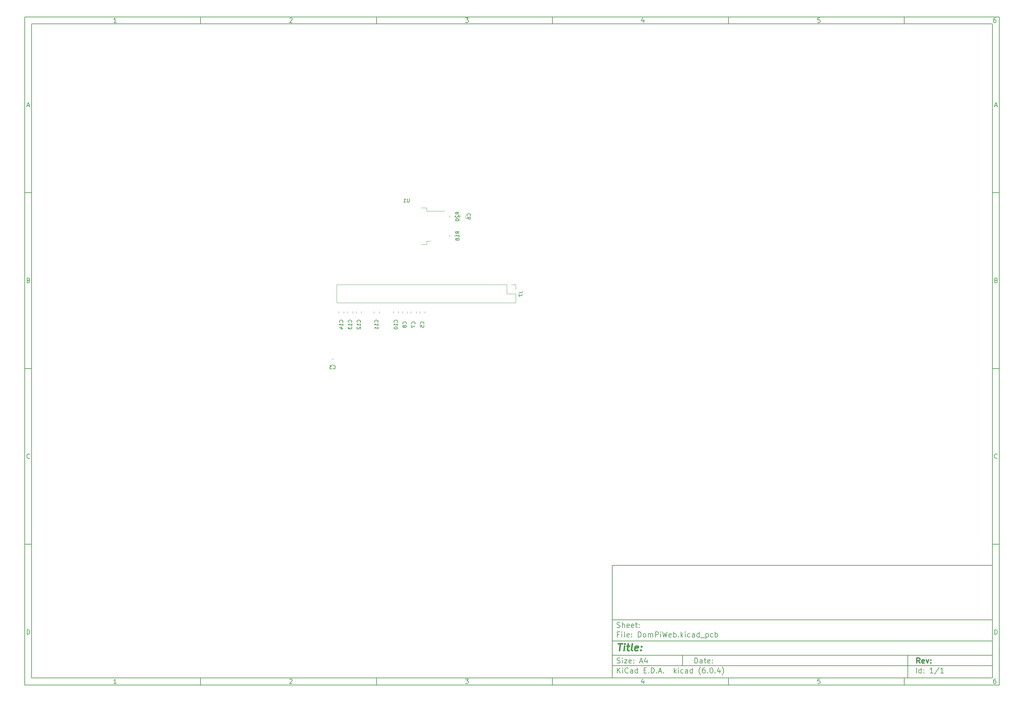
<source format=gbr>
G04 #@! TF.GenerationSoftware,KiCad,Pcbnew,(6.0.4)*
G04 #@! TF.CreationDate,2023-03-28T09:37:15-03:00*
G04 #@! TF.ProjectId,DomPiWeb,446f6d50-6957-4656-922e-6b696361645f,rev?*
G04 #@! TF.SameCoordinates,Original*
G04 #@! TF.FileFunction,Legend,Bot*
G04 #@! TF.FilePolarity,Positive*
%FSLAX46Y46*%
G04 Gerber Fmt 4.6, Leading zero omitted, Abs format (unit mm)*
G04 Created by KiCad (PCBNEW (6.0.4)) date 2023-03-28 09:37:15*
%MOMM*%
%LPD*%
G01*
G04 APERTURE LIST*
%ADD10C,0.100000*%
%ADD11C,0.150000*%
%ADD12C,0.300000*%
%ADD13C,0.400000*%
%ADD14C,0.120000*%
G04 APERTURE END LIST*
D10*
D11*
X177002200Y-166007200D02*
X177002200Y-198007200D01*
X285002200Y-198007200D01*
X285002200Y-166007200D01*
X177002200Y-166007200D01*
D10*
D11*
X10000000Y-10000000D02*
X10000000Y-200007200D01*
X287002200Y-200007200D01*
X287002200Y-10000000D01*
X10000000Y-10000000D01*
D10*
D11*
X12000000Y-12000000D02*
X12000000Y-198007200D01*
X285002200Y-198007200D01*
X285002200Y-12000000D01*
X12000000Y-12000000D01*
D10*
D11*
X60000000Y-12000000D02*
X60000000Y-10000000D01*
D10*
D11*
X110000000Y-12000000D02*
X110000000Y-10000000D01*
D10*
D11*
X160000000Y-12000000D02*
X160000000Y-10000000D01*
D10*
D11*
X210000000Y-12000000D02*
X210000000Y-10000000D01*
D10*
D11*
X260000000Y-12000000D02*
X260000000Y-10000000D01*
D10*
D11*
X36065476Y-11588095D02*
X35322619Y-11588095D01*
X35694047Y-11588095D02*
X35694047Y-10288095D01*
X35570238Y-10473809D01*
X35446428Y-10597619D01*
X35322619Y-10659523D01*
D10*
D11*
X85322619Y-10411904D02*
X85384523Y-10350000D01*
X85508333Y-10288095D01*
X85817857Y-10288095D01*
X85941666Y-10350000D01*
X86003571Y-10411904D01*
X86065476Y-10535714D01*
X86065476Y-10659523D01*
X86003571Y-10845238D01*
X85260714Y-11588095D01*
X86065476Y-11588095D01*
D10*
D11*
X135260714Y-10288095D02*
X136065476Y-10288095D01*
X135632142Y-10783333D01*
X135817857Y-10783333D01*
X135941666Y-10845238D01*
X136003571Y-10907142D01*
X136065476Y-11030952D01*
X136065476Y-11340476D01*
X136003571Y-11464285D01*
X135941666Y-11526190D01*
X135817857Y-11588095D01*
X135446428Y-11588095D01*
X135322619Y-11526190D01*
X135260714Y-11464285D01*
D10*
D11*
X185941666Y-10721428D02*
X185941666Y-11588095D01*
X185632142Y-10226190D02*
X185322619Y-11154761D01*
X186127380Y-11154761D01*
D10*
D11*
X236003571Y-10288095D02*
X235384523Y-10288095D01*
X235322619Y-10907142D01*
X235384523Y-10845238D01*
X235508333Y-10783333D01*
X235817857Y-10783333D01*
X235941666Y-10845238D01*
X236003571Y-10907142D01*
X236065476Y-11030952D01*
X236065476Y-11340476D01*
X236003571Y-11464285D01*
X235941666Y-11526190D01*
X235817857Y-11588095D01*
X235508333Y-11588095D01*
X235384523Y-11526190D01*
X235322619Y-11464285D01*
D10*
D11*
X285941666Y-10288095D02*
X285694047Y-10288095D01*
X285570238Y-10350000D01*
X285508333Y-10411904D01*
X285384523Y-10597619D01*
X285322619Y-10845238D01*
X285322619Y-11340476D01*
X285384523Y-11464285D01*
X285446428Y-11526190D01*
X285570238Y-11588095D01*
X285817857Y-11588095D01*
X285941666Y-11526190D01*
X286003571Y-11464285D01*
X286065476Y-11340476D01*
X286065476Y-11030952D01*
X286003571Y-10907142D01*
X285941666Y-10845238D01*
X285817857Y-10783333D01*
X285570238Y-10783333D01*
X285446428Y-10845238D01*
X285384523Y-10907142D01*
X285322619Y-11030952D01*
D10*
D11*
X60000000Y-198007200D02*
X60000000Y-200007200D01*
D10*
D11*
X110000000Y-198007200D02*
X110000000Y-200007200D01*
D10*
D11*
X160000000Y-198007200D02*
X160000000Y-200007200D01*
D10*
D11*
X210000000Y-198007200D02*
X210000000Y-200007200D01*
D10*
D11*
X260000000Y-198007200D02*
X260000000Y-200007200D01*
D10*
D11*
X36065476Y-199595295D02*
X35322619Y-199595295D01*
X35694047Y-199595295D02*
X35694047Y-198295295D01*
X35570238Y-198481009D01*
X35446428Y-198604819D01*
X35322619Y-198666723D01*
D10*
D11*
X85322619Y-198419104D02*
X85384523Y-198357200D01*
X85508333Y-198295295D01*
X85817857Y-198295295D01*
X85941666Y-198357200D01*
X86003571Y-198419104D01*
X86065476Y-198542914D01*
X86065476Y-198666723D01*
X86003571Y-198852438D01*
X85260714Y-199595295D01*
X86065476Y-199595295D01*
D10*
D11*
X135260714Y-198295295D02*
X136065476Y-198295295D01*
X135632142Y-198790533D01*
X135817857Y-198790533D01*
X135941666Y-198852438D01*
X136003571Y-198914342D01*
X136065476Y-199038152D01*
X136065476Y-199347676D01*
X136003571Y-199471485D01*
X135941666Y-199533390D01*
X135817857Y-199595295D01*
X135446428Y-199595295D01*
X135322619Y-199533390D01*
X135260714Y-199471485D01*
D10*
D11*
X185941666Y-198728628D02*
X185941666Y-199595295D01*
X185632142Y-198233390D02*
X185322619Y-199161961D01*
X186127380Y-199161961D01*
D10*
D11*
X236003571Y-198295295D02*
X235384523Y-198295295D01*
X235322619Y-198914342D01*
X235384523Y-198852438D01*
X235508333Y-198790533D01*
X235817857Y-198790533D01*
X235941666Y-198852438D01*
X236003571Y-198914342D01*
X236065476Y-199038152D01*
X236065476Y-199347676D01*
X236003571Y-199471485D01*
X235941666Y-199533390D01*
X235817857Y-199595295D01*
X235508333Y-199595295D01*
X235384523Y-199533390D01*
X235322619Y-199471485D01*
D10*
D11*
X285941666Y-198295295D02*
X285694047Y-198295295D01*
X285570238Y-198357200D01*
X285508333Y-198419104D01*
X285384523Y-198604819D01*
X285322619Y-198852438D01*
X285322619Y-199347676D01*
X285384523Y-199471485D01*
X285446428Y-199533390D01*
X285570238Y-199595295D01*
X285817857Y-199595295D01*
X285941666Y-199533390D01*
X286003571Y-199471485D01*
X286065476Y-199347676D01*
X286065476Y-199038152D01*
X286003571Y-198914342D01*
X285941666Y-198852438D01*
X285817857Y-198790533D01*
X285570238Y-198790533D01*
X285446428Y-198852438D01*
X285384523Y-198914342D01*
X285322619Y-199038152D01*
D10*
D11*
X10000000Y-60000000D02*
X12000000Y-60000000D01*
D10*
D11*
X10000000Y-110000000D02*
X12000000Y-110000000D01*
D10*
D11*
X10000000Y-160000000D02*
X12000000Y-160000000D01*
D10*
D11*
X10690476Y-35216666D02*
X11309523Y-35216666D01*
X10566666Y-35588095D02*
X11000000Y-34288095D01*
X11433333Y-35588095D01*
D10*
D11*
X11092857Y-84907142D02*
X11278571Y-84969047D01*
X11340476Y-85030952D01*
X11402380Y-85154761D01*
X11402380Y-85340476D01*
X11340476Y-85464285D01*
X11278571Y-85526190D01*
X11154761Y-85588095D01*
X10659523Y-85588095D01*
X10659523Y-84288095D01*
X11092857Y-84288095D01*
X11216666Y-84350000D01*
X11278571Y-84411904D01*
X11340476Y-84535714D01*
X11340476Y-84659523D01*
X11278571Y-84783333D01*
X11216666Y-84845238D01*
X11092857Y-84907142D01*
X10659523Y-84907142D01*
D10*
D11*
X11402380Y-135464285D02*
X11340476Y-135526190D01*
X11154761Y-135588095D01*
X11030952Y-135588095D01*
X10845238Y-135526190D01*
X10721428Y-135402380D01*
X10659523Y-135278571D01*
X10597619Y-135030952D01*
X10597619Y-134845238D01*
X10659523Y-134597619D01*
X10721428Y-134473809D01*
X10845238Y-134350000D01*
X11030952Y-134288095D01*
X11154761Y-134288095D01*
X11340476Y-134350000D01*
X11402380Y-134411904D01*
D10*
D11*
X10659523Y-185588095D02*
X10659523Y-184288095D01*
X10969047Y-184288095D01*
X11154761Y-184350000D01*
X11278571Y-184473809D01*
X11340476Y-184597619D01*
X11402380Y-184845238D01*
X11402380Y-185030952D01*
X11340476Y-185278571D01*
X11278571Y-185402380D01*
X11154761Y-185526190D01*
X10969047Y-185588095D01*
X10659523Y-185588095D01*
D10*
D11*
X287002200Y-60000000D02*
X285002200Y-60000000D01*
D10*
D11*
X287002200Y-110000000D02*
X285002200Y-110000000D01*
D10*
D11*
X287002200Y-160000000D02*
X285002200Y-160000000D01*
D10*
D11*
X285692676Y-35216666D02*
X286311723Y-35216666D01*
X285568866Y-35588095D02*
X286002200Y-34288095D01*
X286435533Y-35588095D01*
D10*
D11*
X286095057Y-84907142D02*
X286280771Y-84969047D01*
X286342676Y-85030952D01*
X286404580Y-85154761D01*
X286404580Y-85340476D01*
X286342676Y-85464285D01*
X286280771Y-85526190D01*
X286156961Y-85588095D01*
X285661723Y-85588095D01*
X285661723Y-84288095D01*
X286095057Y-84288095D01*
X286218866Y-84350000D01*
X286280771Y-84411904D01*
X286342676Y-84535714D01*
X286342676Y-84659523D01*
X286280771Y-84783333D01*
X286218866Y-84845238D01*
X286095057Y-84907142D01*
X285661723Y-84907142D01*
D10*
D11*
X286404580Y-135464285D02*
X286342676Y-135526190D01*
X286156961Y-135588095D01*
X286033152Y-135588095D01*
X285847438Y-135526190D01*
X285723628Y-135402380D01*
X285661723Y-135278571D01*
X285599819Y-135030952D01*
X285599819Y-134845238D01*
X285661723Y-134597619D01*
X285723628Y-134473809D01*
X285847438Y-134350000D01*
X286033152Y-134288095D01*
X286156961Y-134288095D01*
X286342676Y-134350000D01*
X286404580Y-134411904D01*
D10*
D11*
X285661723Y-185588095D02*
X285661723Y-184288095D01*
X285971247Y-184288095D01*
X286156961Y-184350000D01*
X286280771Y-184473809D01*
X286342676Y-184597619D01*
X286404580Y-184845238D01*
X286404580Y-185030952D01*
X286342676Y-185278571D01*
X286280771Y-185402380D01*
X286156961Y-185526190D01*
X285971247Y-185588095D01*
X285661723Y-185588095D01*
D10*
D11*
X200434342Y-193785771D02*
X200434342Y-192285771D01*
X200791485Y-192285771D01*
X201005771Y-192357200D01*
X201148628Y-192500057D01*
X201220057Y-192642914D01*
X201291485Y-192928628D01*
X201291485Y-193142914D01*
X201220057Y-193428628D01*
X201148628Y-193571485D01*
X201005771Y-193714342D01*
X200791485Y-193785771D01*
X200434342Y-193785771D01*
X202577200Y-193785771D02*
X202577200Y-193000057D01*
X202505771Y-192857200D01*
X202362914Y-192785771D01*
X202077200Y-192785771D01*
X201934342Y-192857200D01*
X202577200Y-193714342D02*
X202434342Y-193785771D01*
X202077200Y-193785771D01*
X201934342Y-193714342D01*
X201862914Y-193571485D01*
X201862914Y-193428628D01*
X201934342Y-193285771D01*
X202077200Y-193214342D01*
X202434342Y-193214342D01*
X202577200Y-193142914D01*
X203077200Y-192785771D02*
X203648628Y-192785771D01*
X203291485Y-192285771D02*
X203291485Y-193571485D01*
X203362914Y-193714342D01*
X203505771Y-193785771D01*
X203648628Y-193785771D01*
X204720057Y-193714342D02*
X204577200Y-193785771D01*
X204291485Y-193785771D01*
X204148628Y-193714342D01*
X204077200Y-193571485D01*
X204077200Y-193000057D01*
X204148628Y-192857200D01*
X204291485Y-192785771D01*
X204577200Y-192785771D01*
X204720057Y-192857200D01*
X204791485Y-193000057D01*
X204791485Y-193142914D01*
X204077200Y-193285771D01*
X205434342Y-193642914D02*
X205505771Y-193714342D01*
X205434342Y-193785771D01*
X205362914Y-193714342D01*
X205434342Y-193642914D01*
X205434342Y-193785771D01*
X205434342Y-192857200D02*
X205505771Y-192928628D01*
X205434342Y-193000057D01*
X205362914Y-192928628D01*
X205434342Y-192857200D01*
X205434342Y-193000057D01*
D10*
D11*
X177002200Y-194507200D02*
X285002200Y-194507200D01*
D10*
D11*
X178434342Y-196585771D02*
X178434342Y-195085771D01*
X179291485Y-196585771D02*
X178648628Y-195728628D01*
X179291485Y-195085771D02*
X178434342Y-195942914D01*
X179934342Y-196585771D02*
X179934342Y-195585771D01*
X179934342Y-195085771D02*
X179862914Y-195157200D01*
X179934342Y-195228628D01*
X180005771Y-195157200D01*
X179934342Y-195085771D01*
X179934342Y-195228628D01*
X181505771Y-196442914D02*
X181434342Y-196514342D01*
X181220057Y-196585771D01*
X181077200Y-196585771D01*
X180862914Y-196514342D01*
X180720057Y-196371485D01*
X180648628Y-196228628D01*
X180577200Y-195942914D01*
X180577200Y-195728628D01*
X180648628Y-195442914D01*
X180720057Y-195300057D01*
X180862914Y-195157200D01*
X181077200Y-195085771D01*
X181220057Y-195085771D01*
X181434342Y-195157200D01*
X181505771Y-195228628D01*
X182791485Y-196585771D02*
X182791485Y-195800057D01*
X182720057Y-195657200D01*
X182577200Y-195585771D01*
X182291485Y-195585771D01*
X182148628Y-195657200D01*
X182791485Y-196514342D02*
X182648628Y-196585771D01*
X182291485Y-196585771D01*
X182148628Y-196514342D01*
X182077200Y-196371485D01*
X182077200Y-196228628D01*
X182148628Y-196085771D01*
X182291485Y-196014342D01*
X182648628Y-196014342D01*
X182791485Y-195942914D01*
X184148628Y-196585771D02*
X184148628Y-195085771D01*
X184148628Y-196514342D02*
X184005771Y-196585771D01*
X183720057Y-196585771D01*
X183577200Y-196514342D01*
X183505771Y-196442914D01*
X183434342Y-196300057D01*
X183434342Y-195871485D01*
X183505771Y-195728628D01*
X183577200Y-195657200D01*
X183720057Y-195585771D01*
X184005771Y-195585771D01*
X184148628Y-195657200D01*
X186005771Y-195800057D02*
X186505771Y-195800057D01*
X186720057Y-196585771D02*
X186005771Y-196585771D01*
X186005771Y-195085771D01*
X186720057Y-195085771D01*
X187362914Y-196442914D02*
X187434342Y-196514342D01*
X187362914Y-196585771D01*
X187291485Y-196514342D01*
X187362914Y-196442914D01*
X187362914Y-196585771D01*
X188077200Y-196585771D02*
X188077200Y-195085771D01*
X188434342Y-195085771D01*
X188648628Y-195157200D01*
X188791485Y-195300057D01*
X188862914Y-195442914D01*
X188934342Y-195728628D01*
X188934342Y-195942914D01*
X188862914Y-196228628D01*
X188791485Y-196371485D01*
X188648628Y-196514342D01*
X188434342Y-196585771D01*
X188077200Y-196585771D01*
X189577200Y-196442914D02*
X189648628Y-196514342D01*
X189577200Y-196585771D01*
X189505771Y-196514342D01*
X189577200Y-196442914D01*
X189577200Y-196585771D01*
X190220057Y-196157200D02*
X190934342Y-196157200D01*
X190077200Y-196585771D02*
X190577200Y-195085771D01*
X191077200Y-196585771D01*
X191577200Y-196442914D02*
X191648628Y-196514342D01*
X191577200Y-196585771D01*
X191505771Y-196514342D01*
X191577200Y-196442914D01*
X191577200Y-196585771D01*
X194577200Y-196585771D02*
X194577200Y-195085771D01*
X194720057Y-196014342D02*
X195148628Y-196585771D01*
X195148628Y-195585771D02*
X194577200Y-196157200D01*
X195791485Y-196585771D02*
X195791485Y-195585771D01*
X195791485Y-195085771D02*
X195720057Y-195157200D01*
X195791485Y-195228628D01*
X195862914Y-195157200D01*
X195791485Y-195085771D01*
X195791485Y-195228628D01*
X197148628Y-196514342D02*
X197005771Y-196585771D01*
X196720057Y-196585771D01*
X196577200Y-196514342D01*
X196505771Y-196442914D01*
X196434342Y-196300057D01*
X196434342Y-195871485D01*
X196505771Y-195728628D01*
X196577200Y-195657200D01*
X196720057Y-195585771D01*
X197005771Y-195585771D01*
X197148628Y-195657200D01*
X198434342Y-196585771D02*
X198434342Y-195800057D01*
X198362914Y-195657200D01*
X198220057Y-195585771D01*
X197934342Y-195585771D01*
X197791485Y-195657200D01*
X198434342Y-196514342D02*
X198291485Y-196585771D01*
X197934342Y-196585771D01*
X197791485Y-196514342D01*
X197720057Y-196371485D01*
X197720057Y-196228628D01*
X197791485Y-196085771D01*
X197934342Y-196014342D01*
X198291485Y-196014342D01*
X198434342Y-195942914D01*
X199791485Y-196585771D02*
X199791485Y-195085771D01*
X199791485Y-196514342D02*
X199648628Y-196585771D01*
X199362914Y-196585771D01*
X199220057Y-196514342D01*
X199148628Y-196442914D01*
X199077200Y-196300057D01*
X199077200Y-195871485D01*
X199148628Y-195728628D01*
X199220057Y-195657200D01*
X199362914Y-195585771D01*
X199648628Y-195585771D01*
X199791485Y-195657200D01*
X202077200Y-197157200D02*
X202005771Y-197085771D01*
X201862914Y-196871485D01*
X201791485Y-196728628D01*
X201720057Y-196514342D01*
X201648628Y-196157200D01*
X201648628Y-195871485D01*
X201720057Y-195514342D01*
X201791485Y-195300057D01*
X201862914Y-195157200D01*
X202005771Y-194942914D01*
X202077200Y-194871485D01*
X203291485Y-195085771D02*
X203005771Y-195085771D01*
X202862914Y-195157200D01*
X202791485Y-195228628D01*
X202648628Y-195442914D01*
X202577200Y-195728628D01*
X202577200Y-196300057D01*
X202648628Y-196442914D01*
X202720057Y-196514342D01*
X202862914Y-196585771D01*
X203148628Y-196585771D01*
X203291485Y-196514342D01*
X203362914Y-196442914D01*
X203434342Y-196300057D01*
X203434342Y-195942914D01*
X203362914Y-195800057D01*
X203291485Y-195728628D01*
X203148628Y-195657200D01*
X202862914Y-195657200D01*
X202720057Y-195728628D01*
X202648628Y-195800057D01*
X202577200Y-195942914D01*
X204077200Y-196442914D02*
X204148628Y-196514342D01*
X204077200Y-196585771D01*
X204005771Y-196514342D01*
X204077200Y-196442914D01*
X204077200Y-196585771D01*
X205077200Y-195085771D02*
X205220057Y-195085771D01*
X205362914Y-195157200D01*
X205434342Y-195228628D01*
X205505771Y-195371485D01*
X205577200Y-195657200D01*
X205577200Y-196014342D01*
X205505771Y-196300057D01*
X205434342Y-196442914D01*
X205362914Y-196514342D01*
X205220057Y-196585771D01*
X205077200Y-196585771D01*
X204934342Y-196514342D01*
X204862914Y-196442914D01*
X204791485Y-196300057D01*
X204720057Y-196014342D01*
X204720057Y-195657200D01*
X204791485Y-195371485D01*
X204862914Y-195228628D01*
X204934342Y-195157200D01*
X205077200Y-195085771D01*
X206220057Y-196442914D02*
X206291485Y-196514342D01*
X206220057Y-196585771D01*
X206148628Y-196514342D01*
X206220057Y-196442914D01*
X206220057Y-196585771D01*
X207577200Y-195585771D02*
X207577200Y-196585771D01*
X207220057Y-195014342D02*
X206862914Y-196085771D01*
X207791485Y-196085771D01*
X208220057Y-197157200D02*
X208291485Y-197085771D01*
X208434342Y-196871485D01*
X208505771Y-196728628D01*
X208577200Y-196514342D01*
X208648628Y-196157200D01*
X208648628Y-195871485D01*
X208577200Y-195514342D01*
X208505771Y-195300057D01*
X208434342Y-195157200D01*
X208291485Y-194942914D01*
X208220057Y-194871485D01*
D10*
D11*
X177002200Y-191507200D02*
X285002200Y-191507200D01*
D10*
D12*
X264411485Y-193785771D02*
X263911485Y-193071485D01*
X263554342Y-193785771D02*
X263554342Y-192285771D01*
X264125771Y-192285771D01*
X264268628Y-192357200D01*
X264340057Y-192428628D01*
X264411485Y-192571485D01*
X264411485Y-192785771D01*
X264340057Y-192928628D01*
X264268628Y-193000057D01*
X264125771Y-193071485D01*
X263554342Y-193071485D01*
X265625771Y-193714342D02*
X265482914Y-193785771D01*
X265197200Y-193785771D01*
X265054342Y-193714342D01*
X264982914Y-193571485D01*
X264982914Y-193000057D01*
X265054342Y-192857200D01*
X265197200Y-192785771D01*
X265482914Y-192785771D01*
X265625771Y-192857200D01*
X265697200Y-193000057D01*
X265697200Y-193142914D01*
X264982914Y-193285771D01*
X266197200Y-192785771D02*
X266554342Y-193785771D01*
X266911485Y-192785771D01*
X267482914Y-193642914D02*
X267554342Y-193714342D01*
X267482914Y-193785771D01*
X267411485Y-193714342D01*
X267482914Y-193642914D01*
X267482914Y-193785771D01*
X267482914Y-192857200D02*
X267554342Y-192928628D01*
X267482914Y-193000057D01*
X267411485Y-192928628D01*
X267482914Y-192857200D01*
X267482914Y-193000057D01*
D10*
D11*
X178362914Y-193714342D02*
X178577200Y-193785771D01*
X178934342Y-193785771D01*
X179077200Y-193714342D01*
X179148628Y-193642914D01*
X179220057Y-193500057D01*
X179220057Y-193357200D01*
X179148628Y-193214342D01*
X179077200Y-193142914D01*
X178934342Y-193071485D01*
X178648628Y-193000057D01*
X178505771Y-192928628D01*
X178434342Y-192857200D01*
X178362914Y-192714342D01*
X178362914Y-192571485D01*
X178434342Y-192428628D01*
X178505771Y-192357200D01*
X178648628Y-192285771D01*
X179005771Y-192285771D01*
X179220057Y-192357200D01*
X179862914Y-193785771D02*
X179862914Y-192785771D01*
X179862914Y-192285771D02*
X179791485Y-192357200D01*
X179862914Y-192428628D01*
X179934342Y-192357200D01*
X179862914Y-192285771D01*
X179862914Y-192428628D01*
X180434342Y-192785771D02*
X181220057Y-192785771D01*
X180434342Y-193785771D01*
X181220057Y-193785771D01*
X182362914Y-193714342D02*
X182220057Y-193785771D01*
X181934342Y-193785771D01*
X181791485Y-193714342D01*
X181720057Y-193571485D01*
X181720057Y-193000057D01*
X181791485Y-192857200D01*
X181934342Y-192785771D01*
X182220057Y-192785771D01*
X182362914Y-192857200D01*
X182434342Y-193000057D01*
X182434342Y-193142914D01*
X181720057Y-193285771D01*
X183077200Y-193642914D02*
X183148628Y-193714342D01*
X183077200Y-193785771D01*
X183005771Y-193714342D01*
X183077200Y-193642914D01*
X183077200Y-193785771D01*
X183077200Y-192857200D02*
X183148628Y-192928628D01*
X183077200Y-193000057D01*
X183005771Y-192928628D01*
X183077200Y-192857200D01*
X183077200Y-193000057D01*
X184862914Y-193357200D02*
X185577200Y-193357200D01*
X184720057Y-193785771D02*
X185220057Y-192285771D01*
X185720057Y-193785771D01*
X186862914Y-192785771D02*
X186862914Y-193785771D01*
X186505771Y-192214342D02*
X186148628Y-193285771D01*
X187077200Y-193285771D01*
D10*
D11*
X263434342Y-196585771D02*
X263434342Y-195085771D01*
X264791485Y-196585771D02*
X264791485Y-195085771D01*
X264791485Y-196514342D02*
X264648628Y-196585771D01*
X264362914Y-196585771D01*
X264220057Y-196514342D01*
X264148628Y-196442914D01*
X264077200Y-196300057D01*
X264077200Y-195871485D01*
X264148628Y-195728628D01*
X264220057Y-195657200D01*
X264362914Y-195585771D01*
X264648628Y-195585771D01*
X264791485Y-195657200D01*
X265505771Y-196442914D02*
X265577200Y-196514342D01*
X265505771Y-196585771D01*
X265434342Y-196514342D01*
X265505771Y-196442914D01*
X265505771Y-196585771D01*
X265505771Y-195657200D02*
X265577200Y-195728628D01*
X265505771Y-195800057D01*
X265434342Y-195728628D01*
X265505771Y-195657200D01*
X265505771Y-195800057D01*
X268148628Y-196585771D02*
X267291485Y-196585771D01*
X267720057Y-196585771D02*
X267720057Y-195085771D01*
X267577200Y-195300057D01*
X267434342Y-195442914D01*
X267291485Y-195514342D01*
X269862914Y-195014342D02*
X268577200Y-196942914D01*
X271148628Y-196585771D02*
X270291485Y-196585771D01*
X270720057Y-196585771D02*
X270720057Y-195085771D01*
X270577200Y-195300057D01*
X270434342Y-195442914D01*
X270291485Y-195514342D01*
D10*
D11*
X177002200Y-187507200D02*
X285002200Y-187507200D01*
D10*
D13*
X178714580Y-188211961D02*
X179857438Y-188211961D01*
X179036009Y-190211961D02*
X179286009Y-188211961D01*
X180274104Y-190211961D02*
X180440771Y-188878628D01*
X180524104Y-188211961D02*
X180416961Y-188307200D01*
X180500295Y-188402438D01*
X180607438Y-188307200D01*
X180524104Y-188211961D01*
X180500295Y-188402438D01*
X181107438Y-188878628D02*
X181869342Y-188878628D01*
X181476485Y-188211961D02*
X181262200Y-189926247D01*
X181333628Y-190116723D01*
X181512200Y-190211961D01*
X181702676Y-190211961D01*
X182655057Y-190211961D02*
X182476485Y-190116723D01*
X182405057Y-189926247D01*
X182619342Y-188211961D01*
X184190771Y-190116723D02*
X183988390Y-190211961D01*
X183607438Y-190211961D01*
X183428866Y-190116723D01*
X183357438Y-189926247D01*
X183452676Y-189164342D01*
X183571723Y-188973866D01*
X183774104Y-188878628D01*
X184155057Y-188878628D01*
X184333628Y-188973866D01*
X184405057Y-189164342D01*
X184381247Y-189354819D01*
X183405057Y-189545295D01*
X185155057Y-190021485D02*
X185238390Y-190116723D01*
X185131247Y-190211961D01*
X185047914Y-190116723D01*
X185155057Y-190021485D01*
X185131247Y-190211961D01*
X185286009Y-188973866D02*
X185369342Y-189069104D01*
X185262200Y-189164342D01*
X185178866Y-189069104D01*
X185286009Y-188973866D01*
X185262200Y-189164342D01*
D10*
D11*
X178934342Y-185600057D02*
X178434342Y-185600057D01*
X178434342Y-186385771D02*
X178434342Y-184885771D01*
X179148628Y-184885771D01*
X179720057Y-186385771D02*
X179720057Y-185385771D01*
X179720057Y-184885771D02*
X179648628Y-184957200D01*
X179720057Y-185028628D01*
X179791485Y-184957200D01*
X179720057Y-184885771D01*
X179720057Y-185028628D01*
X180648628Y-186385771D02*
X180505771Y-186314342D01*
X180434342Y-186171485D01*
X180434342Y-184885771D01*
X181791485Y-186314342D02*
X181648628Y-186385771D01*
X181362914Y-186385771D01*
X181220057Y-186314342D01*
X181148628Y-186171485D01*
X181148628Y-185600057D01*
X181220057Y-185457200D01*
X181362914Y-185385771D01*
X181648628Y-185385771D01*
X181791485Y-185457200D01*
X181862914Y-185600057D01*
X181862914Y-185742914D01*
X181148628Y-185885771D01*
X182505771Y-186242914D02*
X182577200Y-186314342D01*
X182505771Y-186385771D01*
X182434342Y-186314342D01*
X182505771Y-186242914D01*
X182505771Y-186385771D01*
X182505771Y-185457200D02*
X182577200Y-185528628D01*
X182505771Y-185600057D01*
X182434342Y-185528628D01*
X182505771Y-185457200D01*
X182505771Y-185600057D01*
X184362914Y-186385771D02*
X184362914Y-184885771D01*
X184720057Y-184885771D01*
X184934342Y-184957200D01*
X185077200Y-185100057D01*
X185148628Y-185242914D01*
X185220057Y-185528628D01*
X185220057Y-185742914D01*
X185148628Y-186028628D01*
X185077200Y-186171485D01*
X184934342Y-186314342D01*
X184720057Y-186385771D01*
X184362914Y-186385771D01*
X186077200Y-186385771D02*
X185934342Y-186314342D01*
X185862914Y-186242914D01*
X185791485Y-186100057D01*
X185791485Y-185671485D01*
X185862914Y-185528628D01*
X185934342Y-185457200D01*
X186077200Y-185385771D01*
X186291485Y-185385771D01*
X186434342Y-185457200D01*
X186505771Y-185528628D01*
X186577200Y-185671485D01*
X186577200Y-186100057D01*
X186505771Y-186242914D01*
X186434342Y-186314342D01*
X186291485Y-186385771D01*
X186077200Y-186385771D01*
X187220057Y-186385771D02*
X187220057Y-185385771D01*
X187220057Y-185528628D02*
X187291485Y-185457200D01*
X187434342Y-185385771D01*
X187648628Y-185385771D01*
X187791485Y-185457200D01*
X187862914Y-185600057D01*
X187862914Y-186385771D01*
X187862914Y-185600057D02*
X187934342Y-185457200D01*
X188077200Y-185385771D01*
X188291485Y-185385771D01*
X188434342Y-185457200D01*
X188505771Y-185600057D01*
X188505771Y-186385771D01*
X189220057Y-186385771D02*
X189220057Y-184885771D01*
X189791485Y-184885771D01*
X189934342Y-184957200D01*
X190005771Y-185028628D01*
X190077200Y-185171485D01*
X190077200Y-185385771D01*
X190005771Y-185528628D01*
X189934342Y-185600057D01*
X189791485Y-185671485D01*
X189220057Y-185671485D01*
X190720057Y-186385771D02*
X190720057Y-185385771D01*
X190720057Y-184885771D02*
X190648628Y-184957200D01*
X190720057Y-185028628D01*
X190791485Y-184957200D01*
X190720057Y-184885771D01*
X190720057Y-185028628D01*
X191291485Y-184885771D02*
X191648628Y-186385771D01*
X191934342Y-185314342D01*
X192220057Y-186385771D01*
X192577200Y-184885771D01*
X193720057Y-186314342D02*
X193577200Y-186385771D01*
X193291485Y-186385771D01*
X193148628Y-186314342D01*
X193077200Y-186171485D01*
X193077200Y-185600057D01*
X193148628Y-185457200D01*
X193291485Y-185385771D01*
X193577200Y-185385771D01*
X193720057Y-185457200D01*
X193791485Y-185600057D01*
X193791485Y-185742914D01*
X193077200Y-185885771D01*
X194434342Y-186385771D02*
X194434342Y-184885771D01*
X194434342Y-185457200D02*
X194577200Y-185385771D01*
X194862914Y-185385771D01*
X195005771Y-185457200D01*
X195077200Y-185528628D01*
X195148628Y-185671485D01*
X195148628Y-186100057D01*
X195077200Y-186242914D01*
X195005771Y-186314342D01*
X194862914Y-186385771D01*
X194577200Y-186385771D01*
X194434342Y-186314342D01*
X195791485Y-186242914D02*
X195862914Y-186314342D01*
X195791485Y-186385771D01*
X195720057Y-186314342D01*
X195791485Y-186242914D01*
X195791485Y-186385771D01*
X196505771Y-186385771D02*
X196505771Y-184885771D01*
X196648628Y-185814342D02*
X197077200Y-186385771D01*
X197077200Y-185385771D02*
X196505771Y-185957200D01*
X197720057Y-186385771D02*
X197720057Y-185385771D01*
X197720057Y-184885771D02*
X197648628Y-184957200D01*
X197720057Y-185028628D01*
X197791485Y-184957200D01*
X197720057Y-184885771D01*
X197720057Y-185028628D01*
X199077200Y-186314342D02*
X198934342Y-186385771D01*
X198648628Y-186385771D01*
X198505771Y-186314342D01*
X198434342Y-186242914D01*
X198362914Y-186100057D01*
X198362914Y-185671485D01*
X198434342Y-185528628D01*
X198505771Y-185457200D01*
X198648628Y-185385771D01*
X198934342Y-185385771D01*
X199077200Y-185457200D01*
X200362914Y-186385771D02*
X200362914Y-185600057D01*
X200291485Y-185457200D01*
X200148628Y-185385771D01*
X199862914Y-185385771D01*
X199720057Y-185457200D01*
X200362914Y-186314342D02*
X200220057Y-186385771D01*
X199862914Y-186385771D01*
X199720057Y-186314342D01*
X199648628Y-186171485D01*
X199648628Y-186028628D01*
X199720057Y-185885771D01*
X199862914Y-185814342D01*
X200220057Y-185814342D01*
X200362914Y-185742914D01*
X201720057Y-186385771D02*
X201720057Y-184885771D01*
X201720057Y-186314342D02*
X201577200Y-186385771D01*
X201291485Y-186385771D01*
X201148628Y-186314342D01*
X201077200Y-186242914D01*
X201005771Y-186100057D01*
X201005771Y-185671485D01*
X201077200Y-185528628D01*
X201148628Y-185457200D01*
X201291485Y-185385771D01*
X201577200Y-185385771D01*
X201720057Y-185457200D01*
X202077200Y-186528628D02*
X203220057Y-186528628D01*
X203577200Y-185385771D02*
X203577200Y-186885771D01*
X203577200Y-185457200D02*
X203720057Y-185385771D01*
X204005771Y-185385771D01*
X204148628Y-185457200D01*
X204220057Y-185528628D01*
X204291485Y-185671485D01*
X204291485Y-186100057D01*
X204220057Y-186242914D01*
X204148628Y-186314342D01*
X204005771Y-186385771D01*
X203720057Y-186385771D01*
X203577200Y-186314342D01*
X205577200Y-186314342D02*
X205434342Y-186385771D01*
X205148628Y-186385771D01*
X205005771Y-186314342D01*
X204934342Y-186242914D01*
X204862914Y-186100057D01*
X204862914Y-185671485D01*
X204934342Y-185528628D01*
X205005771Y-185457200D01*
X205148628Y-185385771D01*
X205434342Y-185385771D01*
X205577200Y-185457200D01*
X206220057Y-186385771D02*
X206220057Y-184885771D01*
X206220057Y-185457200D02*
X206362914Y-185385771D01*
X206648628Y-185385771D01*
X206791485Y-185457200D01*
X206862914Y-185528628D01*
X206934342Y-185671485D01*
X206934342Y-186100057D01*
X206862914Y-186242914D01*
X206791485Y-186314342D01*
X206648628Y-186385771D01*
X206362914Y-186385771D01*
X206220057Y-186314342D01*
D10*
D11*
X177002200Y-181507200D02*
X285002200Y-181507200D01*
D10*
D11*
X178362914Y-183614342D02*
X178577200Y-183685771D01*
X178934342Y-183685771D01*
X179077200Y-183614342D01*
X179148628Y-183542914D01*
X179220057Y-183400057D01*
X179220057Y-183257200D01*
X179148628Y-183114342D01*
X179077200Y-183042914D01*
X178934342Y-182971485D01*
X178648628Y-182900057D01*
X178505771Y-182828628D01*
X178434342Y-182757200D01*
X178362914Y-182614342D01*
X178362914Y-182471485D01*
X178434342Y-182328628D01*
X178505771Y-182257200D01*
X178648628Y-182185771D01*
X179005771Y-182185771D01*
X179220057Y-182257200D01*
X179862914Y-183685771D02*
X179862914Y-182185771D01*
X180505771Y-183685771D02*
X180505771Y-182900057D01*
X180434342Y-182757200D01*
X180291485Y-182685771D01*
X180077200Y-182685771D01*
X179934342Y-182757200D01*
X179862914Y-182828628D01*
X181791485Y-183614342D02*
X181648628Y-183685771D01*
X181362914Y-183685771D01*
X181220057Y-183614342D01*
X181148628Y-183471485D01*
X181148628Y-182900057D01*
X181220057Y-182757200D01*
X181362914Y-182685771D01*
X181648628Y-182685771D01*
X181791485Y-182757200D01*
X181862914Y-182900057D01*
X181862914Y-183042914D01*
X181148628Y-183185771D01*
X183077200Y-183614342D02*
X182934342Y-183685771D01*
X182648628Y-183685771D01*
X182505771Y-183614342D01*
X182434342Y-183471485D01*
X182434342Y-182900057D01*
X182505771Y-182757200D01*
X182648628Y-182685771D01*
X182934342Y-182685771D01*
X183077200Y-182757200D01*
X183148628Y-182900057D01*
X183148628Y-183042914D01*
X182434342Y-183185771D01*
X183577200Y-182685771D02*
X184148628Y-182685771D01*
X183791485Y-182185771D02*
X183791485Y-183471485D01*
X183862914Y-183614342D01*
X184005771Y-183685771D01*
X184148628Y-183685771D01*
X184648628Y-183542914D02*
X184720057Y-183614342D01*
X184648628Y-183685771D01*
X184577200Y-183614342D01*
X184648628Y-183542914D01*
X184648628Y-183685771D01*
X184648628Y-182757200D02*
X184720057Y-182828628D01*
X184648628Y-182900057D01*
X184577200Y-182828628D01*
X184648628Y-182757200D01*
X184648628Y-182900057D01*
D10*
D12*
D10*
D11*
D10*
D11*
D10*
D11*
D10*
D11*
D10*
D11*
X197002200Y-191507200D02*
X197002200Y-194507200D01*
D10*
D11*
X261002200Y-191507200D02*
X261002200Y-198007200D01*
X150482380Y-88396666D02*
X151196666Y-88396666D01*
X151339523Y-88349047D01*
X151434761Y-88253809D01*
X151482380Y-88110952D01*
X151482380Y-88015714D01*
X150482380Y-88777619D02*
X150482380Y-89444285D01*
X151482380Y-89015714D01*
X123357142Y-97333333D02*
X123404761Y-97285714D01*
X123452380Y-97142857D01*
X123452380Y-97047619D01*
X123404761Y-96904761D01*
X123309523Y-96809523D01*
X123214285Y-96761904D01*
X123023809Y-96714285D01*
X122880952Y-96714285D01*
X122690476Y-96761904D01*
X122595238Y-96809523D01*
X122500000Y-96904761D01*
X122452380Y-97047619D01*
X122452380Y-97142857D01*
X122500000Y-97285714D01*
X122547619Y-97333333D01*
X122452380Y-98238095D02*
X122452380Y-97761904D01*
X122928571Y-97714285D01*
X122880952Y-97761904D01*
X122833333Y-97857142D01*
X122833333Y-98095238D01*
X122880952Y-98190476D01*
X122928571Y-98238095D01*
X123023809Y-98285714D01*
X123261904Y-98285714D01*
X123357142Y-98238095D01*
X123404761Y-98190476D01*
X123452380Y-98095238D01*
X123452380Y-97857142D01*
X123404761Y-97761904D01*
X123357142Y-97714285D01*
X105357142Y-96857142D02*
X105404761Y-96809523D01*
X105452380Y-96666666D01*
X105452380Y-96571428D01*
X105404761Y-96428571D01*
X105309523Y-96333333D01*
X105214285Y-96285714D01*
X105023809Y-96238095D01*
X104880952Y-96238095D01*
X104690476Y-96285714D01*
X104595238Y-96333333D01*
X104500000Y-96428571D01*
X104452380Y-96571428D01*
X104452380Y-96666666D01*
X104500000Y-96809523D01*
X104547619Y-96857142D01*
X105452380Y-97809523D02*
X105452380Y-97238095D01*
X105452380Y-97523809D02*
X104452380Y-97523809D01*
X104595238Y-97428571D01*
X104690476Y-97333333D01*
X104738095Y-97238095D01*
X104547619Y-98190476D02*
X104500000Y-98238095D01*
X104452380Y-98333333D01*
X104452380Y-98571428D01*
X104500000Y-98666666D01*
X104547619Y-98714285D01*
X104642857Y-98761904D01*
X104738095Y-98761904D01*
X104880952Y-98714285D01*
X105452380Y-98142857D01*
X105452380Y-98761904D01*
X100357142Y-96857142D02*
X100404761Y-96809523D01*
X100452380Y-96666666D01*
X100452380Y-96571428D01*
X100404761Y-96428571D01*
X100309523Y-96333333D01*
X100214285Y-96285714D01*
X100023809Y-96238095D01*
X99880952Y-96238095D01*
X99690476Y-96285714D01*
X99595238Y-96333333D01*
X99500000Y-96428571D01*
X99452380Y-96571428D01*
X99452380Y-96666666D01*
X99500000Y-96809523D01*
X99547619Y-96857142D01*
X100452380Y-97809523D02*
X100452380Y-97238095D01*
X100452380Y-97523809D02*
X99452380Y-97523809D01*
X99595238Y-97428571D01*
X99690476Y-97333333D01*
X99738095Y-97238095D01*
X99785714Y-98666666D02*
X100452380Y-98666666D01*
X99404761Y-98428571D02*
X100119047Y-98190476D01*
X100119047Y-98809523D01*
X102857142Y-96857142D02*
X102904761Y-96809523D01*
X102952380Y-96666666D01*
X102952380Y-96571428D01*
X102904761Y-96428571D01*
X102809523Y-96333333D01*
X102714285Y-96285714D01*
X102523809Y-96238095D01*
X102380952Y-96238095D01*
X102190476Y-96285714D01*
X102095238Y-96333333D01*
X102000000Y-96428571D01*
X101952380Y-96571428D01*
X101952380Y-96666666D01*
X102000000Y-96809523D01*
X102047619Y-96857142D01*
X102952380Y-97809523D02*
X102952380Y-97238095D01*
X102952380Y-97523809D02*
X101952380Y-97523809D01*
X102095238Y-97428571D01*
X102190476Y-97333333D01*
X102238095Y-97238095D01*
X101952380Y-98142857D02*
X101952380Y-98761904D01*
X102333333Y-98428571D01*
X102333333Y-98571428D01*
X102380952Y-98666666D01*
X102428571Y-98714285D01*
X102523809Y-98761904D01*
X102761904Y-98761904D01*
X102857142Y-98714285D01*
X102904761Y-98666666D01*
X102952380Y-98571428D01*
X102952380Y-98285714D01*
X102904761Y-98190476D01*
X102857142Y-98142857D01*
X136607142Y-66583333D02*
X136654761Y-66535714D01*
X136702380Y-66392857D01*
X136702380Y-66297619D01*
X136654761Y-66154761D01*
X136559523Y-66059523D01*
X136464285Y-66011904D01*
X136273809Y-65964285D01*
X136130952Y-65964285D01*
X135940476Y-66011904D01*
X135845238Y-66059523D01*
X135750000Y-66154761D01*
X135702380Y-66297619D01*
X135702380Y-66392857D01*
X135750000Y-66535714D01*
X135797619Y-66583333D01*
X135702380Y-67440476D02*
X135702380Y-67250000D01*
X135750000Y-67154761D01*
X135797619Y-67107142D01*
X135940476Y-67011904D01*
X136130952Y-66964285D01*
X136511904Y-66964285D01*
X136607142Y-67011904D01*
X136654761Y-67059523D01*
X136702380Y-67154761D01*
X136702380Y-67345238D01*
X136654761Y-67440476D01*
X136607142Y-67488095D01*
X136511904Y-67535714D01*
X136273809Y-67535714D01*
X136178571Y-67488095D01*
X136130952Y-67440476D01*
X136083333Y-67345238D01*
X136083333Y-67154761D01*
X136130952Y-67059523D01*
X136178571Y-67011904D01*
X136273809Y-66964285D01*
X133452380Y-66107142D02*
X132976190Y-65773809D01*
X133452380Y-65535714D02*
X132452380Y-65535714D01*
X132452380Y-65916666D01*
X132500000Y-66011904D01*
X132547619Y-66059523D01*
X132642857Y-66107142D01*
X132785714Y-66107142D01*
X132880952Y-66059523D01*
X132928571Y-66011904D01*
X132976190Y-65916666D01*
X132976190Y-65535714D01*
X132547619Y-66488095D02*
X132500000Y-66535714D01*
X132452380Y-66630952D01*
X132452380Y-66869047D01*
X132500000Y-66964285D01*
X132547619Y-67011904D01*
X132642857Y-67059523D01*
X132738095Y-67059523D01*
X132880952Y-67011904D01*
X133452380Y-66440476D01*
X133452380Y-67059523D01*
X132452380Y-67678571D02*
X132452380Y-67773809D01*
X132500000Y-67869047D01*
X132547619Y-67916666D01*
X132642857Y-67964285D01*
X132833333Y-68011904D01*
X133071428Y-68011904D01*
X133261904Y-67964285D01*
X133357142Y-67916666D01*
X133404761Y-67869047D01*
X133452380Y-67773809D01*
X133452380Y-67678571D01*
X133404761Y-67583333D01*
X133357142Y-67535714D01*
X133261904Y-67488095D01*
X133071428Y-67440476D01*
X132833333Y-67440476D01*
X132642857Y-67488095D01*
X132547619Y-67535714D01*
X132500000Y-67583333D01*
X132452380Y-67678571D01*
X118357142Y-97333333D02*
X118404761Y-97285714D01*
X118452380Y-97142857D01*
X118452380Y-97047619D01*
X118404761Y-96904761D01*
X118309523Y-96809523D01*
X118214285Y-96761904D01*
X118023809Y-96714285D01*
X117880952Y-96714285D01*
X117690476Y-96761904D01*
X117595238Y-96809523D01*
X117500000Y-96904761D01*
X117452380Y-97047619D01*
X117452380Y-97142857D01*
X117500000Y-97285714D01*
X117547619Y-97333333D01*
X117880952Y-97904761D02*
X117833333Y-97809523D01*
X117785714Y-97761904D01*
X117690476Y-97714285D01*
X117642857Y-97714285D01*
X117547619Y-97761904D01*
X117500000Y-97809523D01*
X117452380Y-97904761D01*
X117452380Y-98095238D01*
X117500000Y-98190476D01*
X117547619Y-98238095D01*
X117642857Y-98285714D01*
X117690476Y-98285714D01*
X117785714Y-98238095D01*
X117833333Y-98190476D01*
X117880952Y-98095238D01*
X117880952Y-97904761D01*
X117928571Y-97809523D01*
X117976190Y-97761904D01*
X118071428Y-97714285D01*
X118261904Y-97714285D01*
X118357142Y-97761904D01*
X118404761Y-97809523D01*
X118452380Y-97904761D01*
X118452380Y-98095238D01*
X118404761Y-98190476D01*
X118357142Y-98238095D01*
X118261904Y-98285714D01*
X118071428Y-98285714D01*
X117976190Y-98238095D01*
X117928571Y-98190476D01*
X117880952Y-98095238D01*
X133452380Y-71607142D02*
X132976190Y-71273809D01*
X133452380Y-71035714D02*
X132452380Y-71035714D01*
X132452380Y-71416666D01*
X132500000Y-71511904D01*
X132547619Y-71559523D01*
X132642857Y-71607142D01*
X132785714Y-71607142D01*
X132880952Y-71559523D01*
X132928571Y-71511904D01*
X132976190Y-71416666D01*
X132976190Y-71035714D01*
X133452380Y-72559523D02*
X133452380Y-71988095D01*
X133452380Y-72273809D02*
X132452380Y-72273809D01*
X132595238Y-72178571D01*
X132690476Y-72083333D01*
X132738095Y-71988095D01*
X132880952Y-73130952D02*
X132833333Y-73035714D01*
X132785714Y-72988095D01*
X132690476Y-72940476D01*
X132642857Y-72940476D01*
X132547619Y-72988095D01*
X132500000Y-73035714D01*
X132452380Y-73130952D01*
X132452380Y-73321428D01*
X132500000Y-73416666D01*
X132547619Y-73464285D01*
X132642857Y-73511904D01*
X132690476Y-73511904D01*
X132785714Y-73464285D01*
X132833333Y-73416666D01*
X132880952Y-73321428D01*
X132880952Y-73130952D01*
X132928571Y-73035714D01*
X132976190Y-72988095D01*
X133071428Y-72940476D01*
X133261904Y-72940476D01*
X133357142Y-72988095D01*
X133404761Y-73035714D01*
X133452380Y-73130952D01*
X133452380Y-73321428D01*
X133404761Y-73416666D01*
X133357142Y-73464285D01*
X133261904Y-73511904D01*
X133071428Y-73511904D01*
X132976190Y-73464285D01*
X132928571Y-73416666D01*
X132880952Y-73321428D01*
X115857142Y-96857142D02*
X115904761Y-96809523D01*
X115952380Y-96666666D01*
X115952380Y-96571428D01*
X115904761Y-96428571D01*
X115809523Y-96333333D01*
X115714285Y-96285714D01*
X115523809Y-96238095D01*
X115380952Y-96238095D01*
X115190476Y-96285714D01*
X115095238Y-96333333D01*
X115000000Y-96428571D01*
X114952380Y-96571428D01*
X114952380Y-96666666D01*
X115000000Y-96809523D01*
X115047619Y-96857142D01*
X115952380Y-97809523D02*
X115952380Y-97238095D01*
X115952380Y-97523809D02*
X114952380Y-97523809D01*
X115095238Y-97428571D01*
X115190476Y-97333333D01*
X115238095Y-97238095D01*
X114952380Y-98428571D02*
X114952380Y-98523809D01*
X115000000Y-98619047D01*
X115047619Y-98666666D01*
X115142857Y-98714285D01*
X115333333Y-98761904D01*
X115571428Y-98761904D01*
X115761904Y-98714285D01*
X115857142Y-98666666D01*
X115904761Y-98619047D01*
X115952380Y-98523809D01*
X115952380Y-98428571D01*
X115904761Y-98333333D01*
X115857142Y-98285714D01*
X115761904Y-98238095D01*
X115571428Y-98190476D01*
X115333333Y-98190476D01*
X115142857Y-98238095D01*
X115047619Y-98285714D01*
X115000000Y-98333333D01*
X114952380Y-98428571D01*
X119286904Y-61702380D02*
X119286904Y-62511904D01*
X119239285Y-62607142D01*
X119191666Y-62654761D01*
X119096428Y-62702380D01*
X118905952Y-62702380D01*
X118810714Y-62654761D01*
X118763095Y-62607142D01*
X118715476Y-62511904D01*
X118715476Y-61702380D01*
X117715476Y-62702380D02*
X118286904Y-62702380D01*
X118001190Y-62702380D02*
X118001190Y-61702380D01*
X118096428Y-61845238D01*
X118191666Y-61940476D01*
X118286904Y-61988095D01*
X97666666Y-110037142D02*
X97714285Y-110084761D01*
X97857142Y-110132380D01*
X97952380Y-110132380D01*
X98095238Y-110084761D01*
X98190476Y-109989523D01*
X98238095Y-109894285D01*
X98285714Y-109703809D01*
X98285714Y-109560952D01*
X98238095Y-109370476D01*
X98190476Y-109275238D01*
X98095238Y-109180000D01*
X97952380Y-109132380D01*
X97857142Y-109132380D01*
X97714285Y-109180000D01*
X97666666Y-109227619D01*
X97333333Y-109132380D02*
X96714285Y-109132380D01*
X97047619Y-109513333D01*
X96904761Y-109513333D01*
X96809523Y-109560952D01*
X96761904Y-109608571D01*
X96714285Y-109703809D01*
X96714285Y-109941904D01*
X96761904Y-110037142D01*
X96809523Y-110084761D01*
X96904761Y-110132380D01*
X97190476Y-110132380D01*
X97285714Y-110084761D01*
X97333333Y-110037142D01*
X110357142Y-96857142D02*
X110404761Y-96809523D01*
X110452380Y-96666666D01*
X110452380Y-96571428D01*
X110404761Y-96428571D01*
X110309523Y-96333333D01*
X110214285Y-96285714D01*
X110023809Y-96238095D01*
X109880952Y-96238095D01*
X109690476Y-96285714D01*
X109595238Y-96333333D01*
X109500000Y-96428571D01*
X109452380Y-96571428D01*
X109452380Y-96666666D01*
X109500000Y-96809523D01*
X109547619Y-96857142D01*
X110452380Y-97809523D02*
X110452380Y-97238095D01*
X110452380Y-97523809D02*
X109452380Y-97523809D01*
X109595238Y-97428571D01*
X109690476Y-97333333D01*
X109738095Y-97238095D01*
X110452380Y-98761904D02*
X110452380Y-98190476D01*
X110452380Y-98476190D02*
X109452380Y-98476190D01*
X109595238Y-98380952D01*
X109690476Y-98285714D01*
X109738095Y-98190476D01*
X120857142Y-97333333D02*
X120904761Y-97285714D01*
X120952380Y-97142857D01*
X120952380Y-97047619D01*
X120904761Y-96904761D01*
X120809523Y-96809523D01*
X120714285Y-96761904D01*
X120523809Y-96714285D01*
X120380952Y-96714285D01*
X120190476Y-96761904D01*
X120095238Y-96809523D01*
X120000000Y-96904761D01*
X119952380Y-97047619D01*
X119952380Y-97142857D01*
X120000000Y-97285714D01*
X120047619Y-97333333D01*
X119952380Y-97666666D02*
X119952380Y-98333333D01*
X120952380Y-97904761D01*
D14*
X98670000Y-91330000D02*
X98670000Y-86130000D01*
X149590000Y-91330000D02*
X98670000Y-91330000D01*
X146990000Y-86130000D02*
X98670000Y-86130000D01*
X149590000Y-91330000D02*
X149590000Y-88730000D01*
X149590000Y-87460000D02*
X149590000Y-86130000D01*
X149590000Y-88730000D02*
X146990000Y-88730000D01*
X149590000Y-86130000D02*
X148260000Y-86130000D01*
X146990000Y-88730000D02*
X146990000Y-86130000D01*
X122265000Y-93738748D02*
X122265000Y-94261252D01*
X123735000Y-93738748D02*
X123735000Y-94261252D01*
X105735000Y-93738748D02*
X105735000Y-94261252D01*
X104265000Y-93738748D02*
X104265000Y-94261252D01*
X100735000Y-93738748D02*
X100735000Y-94261252D01*
X99265000Y-93738748D02*
X99265000Y-94261252D01*
X103235000Y-93738748D02*
X103235000Y-94261252D01*
X101765000Y-93738748D02*
X101765000Y-94261252D01*
X133765000Y-66488748D02*
X133765000Y-67011252D01*
X135235000Y-66488748D02*
X135235000Y-67011252D01*
X132235000Y-66522936D02*
X132235000Y-66977064D01*
X130765000Y-66522936D02*
X130765000Y-66977064D01*
X118735000Y-93738748D02*
X118735000Y-94261252D01*
X117265000Y-93738748D02*
X117265000Y-94261252D01*
X132235000Y-72022936D02*
X132235000Y-72477064D01*
X130765000Y-72022936D02*
X130765000Y-72477064D01*
X116235000Y-93738748D02*
X116235000Y-94261252D01*
X114765000Y-93738748D02*
X114765000Y-94261252D01*
X124200000Y-74700000D02*
X124200000Y-73750000D01*
X124200000Y-64300000D02*
X124200000Y-65250000D01*
X122700000Y-64300000D02*
X124200000Y-64300000D01*
X122700000Y-74700000D02*
X124200000Y-74700000D01*
X124200000Y-73750000D02*
X125300000Y-73750000D01*
X124200000Y-65250000D02*
X129325000Y-65250000D01*
X97238748Y-107265000D02*
X97761252Y-107265000D01*
X97238748Y-108735000D02*
X97761252Y-108735000D01*
X110735000Y-93738748D02*
X110735000Y-94261252D01*
X109265000Y-93738748D02*
X109265000Y-94261252D01*
X121235000Y-93738748D02*
X121235000Y-94261252D01*
X119765000Y-93738748D02*
X119765000Y-94261252D01*
M02*

</source>
